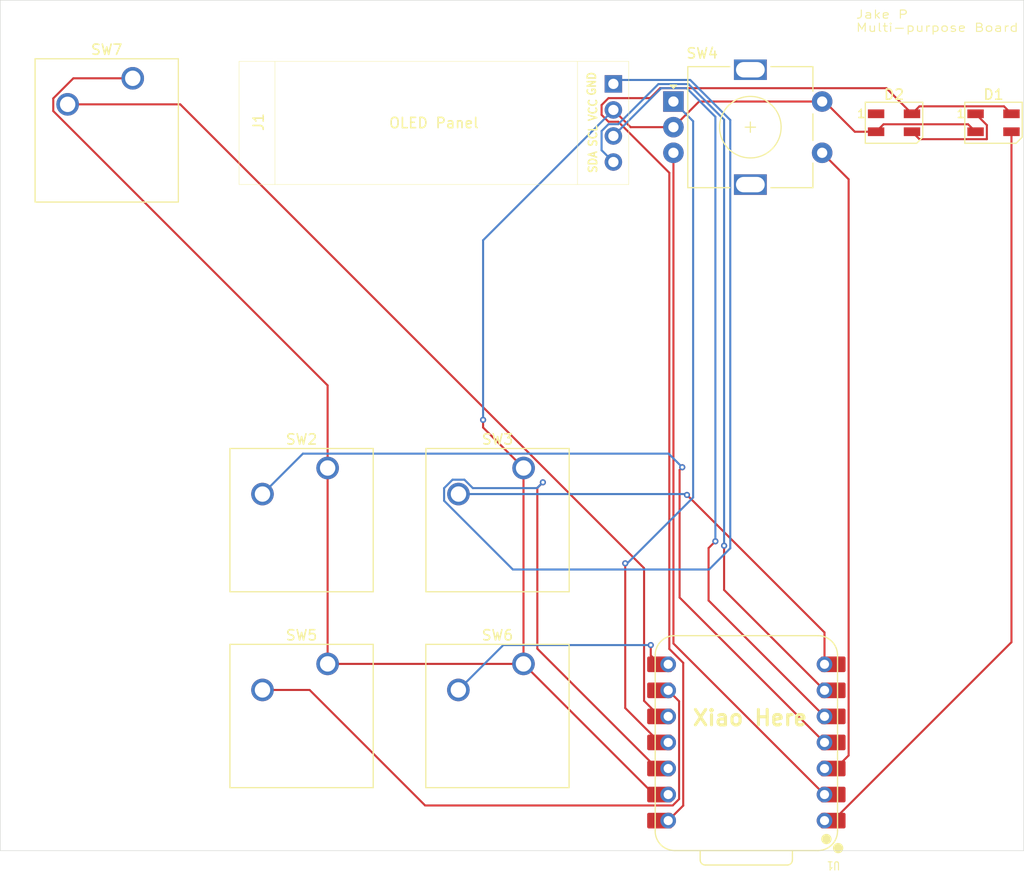
<source format=kicad_pcb>
(kicad_pcb (version 20241229) (generator "pcbnew") (generator_version "9.0")
  (layers (0 "F.Cu" signal) (2 "B.Cu" signal) (13 "F.Paste" user) (15 "B.Paste" user) (5 "F.SilkS" user "F.Silkscreen") (7 "B.SilkS" user "B.Silkscreen") (1 "F.Mask" user) (3 "B.Mask" user) (25 "Edge.Cuts" user))
  (net 0 "")
  (net 1 "GND")
  (net 2 "+5V")
  (net 3 "Net-(D1-DIN)")
  (net 4 "Net-(D1-DOUT)")
  (net 6 "+3.3V")
  (net 7 "Net-(J1-Pin_3)")
  (net 8 "Net-(J1-Pin_4)")
  (net 9 "Net-(U1-GPIO29{slash}ADC3{slash}A3)")
  (net 10 "Net-(U1-GPIO0{slash}TX)")
  (net 11 "Net-(U1-GPIO3{slash}MOSI)")
  (net 12 "Net-(U1-GPIO28{slash}ADC2{slash}A2)")
  (net 13 "Net-(U1-GPIO27{slash}ADC1{slash}A1)")
  (net 14 "Net-(U1-GPIO2{slash}SCK)")
  (net 15 "Net-(U1-GPIO1{slash}RX)")
  (net 16 "Net-(U1-GPIO4{slash}MISO)")
  (footprint "Button_Switch_Keyboard:SW_Cherry_MX_1.00u_PCB" (layer "F.Cu") (at 151.46 82.284971)
    (property "Reference" "SW3" (at -2.54 -2.794 0) (layer "F.SilkS"))
    (property "Value" "SW_Push")
    (fp_line (start -9.525 -1.905) (end 4.445 -1.905) (stroke (width 0.12)) (layer "F.SilkS"))
    (fp_line (start -9.525 12.065) (end -9.525 -1.905) (stroke (width 0.12)) (layer "F.SilkS"))
    (fp_line (start 4.445 -1.905) (end 4.445 12.065) (stroke (width 0.12)) (layer "F.SilkS"))
    (fp_line (start 4.445 12.065) (end -9.525 12.065) (stroke (width 0.12)) (layer "F.SilkS"))
    (pad "" np_thru_hole circle (at -7.62 5.08) (size 1.7 1.7) (drill 1.7) (layers "*.Cu" "*.Mask"))
    (pad "" np_thru_hole circle (at -2.54 5.08) (size 4 4) (drill 4) (layers "*.Cu" "*.Mask"))
    (pad "" np_thru_hole circle (at 2.54 5.08) (size 1.7 1.7) (drill 1.7) (layers "*.Cu" "*.Mask"))
    (pad "1" thru_hole circle (at 0 0) (size 2.2 2.2) (drill 1.5) (layers "*.Cu" "*.Mask") (net 1 "GND"))
    (pad "2" thru_hole circle (at -6.35 2.54) (size 2.2 2.2) (drill 1.5) (layers "*.Cu" "*.Mask") (net 10 "Net-(U1-GPIO0{slash}TX)"))
  )
  (footprint "LED_SMD:LED_SK6812MINI_PLCC4_3.5x3.5mm_P1.75mm" (layer "F.Cu") (at 197.28 48.619971)
    (property "Reference" "D1" (at 0 -2.75 0) (layer "F.SilkS"))
    (property "Value" "SK6812MINI" (hide yes))
    (fp_line (start -2.8 -2) (end -2.8 2) (stroke (width 0.12)) (layer "F.SilkS"))
    (fp_line (start -2.8 -2) (end 2.8 -2) (stroke (width 0.12)) (layer "F.SilkS"))
    (fp_line (start -2.8 2) (end 2.2 2) (stroke (width 0.12)) (layer "F.SilkS"))
    (fp_line (start 2.8 1.4) (end 2.2 2) (stroke (width 0.12)) (layer "F.SilkS"))
    (fp_line (start 2.8 1.4) (end 2.8 -2) (stroke (width 0.12)) (layer "F.SilkS"))
    (fp_text user "1" (at -3.2 -0.875 0) (layer "F.SilkS") (effects (font (size 0.8 0.8))))
    (pad "1" smd rect (at -1.75 -0.875) (size 1.6 0.85) (layers "F.Cu" "F.Mask" "F.Paste") (net 4 "Net-(D1-DOUT)"))
    (pad "2" smd rect (at -1.75 0.875) (size 1.6 0.85) (layers "F.Cu" "F.Mask" "F.Paste") (net 1 "GND"))
    (pad "3" smd rect (at 1.75 0.875) (size 1.6 0.85) (layers "F.Cu" "F.Mask" "F.Paste") (net 3 "Net-(D1-DIN)"))
    (pad "4" smd rect (at 1.75 -0.875) (size 1.6 0.85) (layers "F.Cu" "F.Mask" "F.Paste") (net 2 "+5V"))
  )
  (footprint "Button_Switch_Keyboard:SW_Cherry_MX_1.00u_PCB" (layer "F.Cu") (at 132.35 82.284971)
    (property "Reference" "SW2" (at -2.54 -2.794 0) (layer "F.SilkS"))
    (property "Value" "SW_Push")
    (fp_line (start -9.525 -1.905) (end 4.445 -1.905) (stroke (width 0.12)) (layer "F.SilkS"))
    (fp_line (start -9.525 12.065) (end -9.525 -1.905) (stroke (width 0.12)) (layer "F.SilkS"))
    (fp_line (start 4.445 -1.905) (end 4.445 12.065) (stroke (width 0.12)) (layer "F.SilkS"))
    (fp_line (start 4.445 12.065) (end -9.525 12.065) (stroke (width 0.12)) (layer "F.SilkS"))
    (pad "" np_thru_hole circle (at -7.62 5.08) (size 1.7 1.7) (drill 1.7) (layers "*.Cu" "*.Mask"))
    (pad "" np_thru_hole circle (at -2.54 5.08) (size 4 4) (drill 4) (layers "*.Cu" "*.Mask"))
    (pad "" np_thru_hole circle (at 2.54 5.08) (size 1.7 1.7) (drill 1.7) (layers "*.Cu" "*.Mask"))
    (pad "1" thru_hole circle (at 0 0) (size 2.2 2.2) (drill 1.5) (layers "*.Cu" "*.Mask") (net 1 "GND"))
    (pad "2" thru_hole circle (at -6.35 2.54) (size 2.2 2.2) (drill 1.5) (layers "*.Cu" "*.Mask") (net 9 "Net-(U1-GPIO29{slash}ADC3{slash}A3)"))
  )
  (footprint "KiCad-SSD1306-0.91-OLED-4pin-128x32.pretty-master:SSD1306-0.91-OLED-4pin-128x32" (layer "F.Cu") (at 123.715 42.639971)
    (property "Reference" "J1" (at 1.9 5.91 90) (layer "F.SilkS"))
    (property "Value" "Conn_01x04_Pin")
    (fp_line (start 0 0) (end 0 12) (stroke (width 0.04)) (layer "F.SilkS"))
    (fp_line (start 0 12) (end 38 12) (stroke (width 0.04)) (layer "F.SilkS"))
    (fp_line (start 3.5 0) (end 3.5 12) (stroke (width 0.04)) (layer "F.SilkS"))
    (fp_line (start 33 0) (end 33 12) (stroke (width 0.04)) (layer "F.SilkS"))
    (fp_line (start 38 0) (end 0 0) (stroke (width 0.04)) (layer "F.SilkS"))
    (fp_line (start 38 12) (end 38 0) (stroke (width 0.04)) (layer "F.SilkS"))
    (fp_text user "SDA" (at 34.5 9.81 270) (layer "F.SilkS") (effects (font (size 0.8 0.75))))
    (fp_text user "SCL" (at 34.5 7.27 270) (layer "F.SilkS") (effects (font (size 0.8 0.75))))
    (fp_text user "GND" (at 34.385 2.185 270) (layer "F.SilkS") (effects (font (size 0.8 0.75))))
    (fp_text user "OLED Panel" (at 19 6 0) (layer "F.SilkS"))
    (fp_text user "VCC" (at 34.5 4.73 270) (layer "F.SilkS") (effects (font (size 0.8 0.75))))
    (pad "1" thru_hole rect (at 36.5 2.19) (size 1.7 1.7) (drill 1) (layers "*.Cu" "*.Mask") (net 6 "+3.3V"))
    (pad "2" thru_hole oval (at 36.5 4.73) (size 1.7 1.7) (drill 1) (layers "*.Cu" "*.Mask") (net 1 "GND"))
    (pad "3" thru_hole oval (at 36.5 7.27) (size 1.7 1.7) (drill 1) (layers "*.Cu" "*.Mask") (net 7 "Net-(J1-Pin_3)"))
    (pad "4" thru_hole oval (at 36.5 9.81) (size 1.7 1.7) (drill 1) (layers "*.Cu" "*.Mask") (net 8 "Net-(J1-Pin_4)"))
  )
  (footprint "Button_Switch_Keyboard:SW_Cherry_MX_1.00u_PCB" (layer "F.Cu") (at 113.35 44.284971)
    (property "Reference" "SW7" (at -2.54 -2.794 0) (layer "F.SilkS"))
    (property "Value" "SW_Push")
    (fp_line (start -9.525 -1.905) (end 4.445 -1.905) (stroke (width 0.12)) (layer "F.SilkS"))
    (fp_line (start -9.525 12.065) (end -9.525 -1.905) (stroke (width 0.12)) (layer "F.SilkS"))
    (fp_line (start 4.445 -1.905) (end 4.445 12.065) (stroke (width 0.12)) (layer "F.SilkS"))
    (fp_line (start 4.445 12.065) (end -9.525 12.065) (stroke (width 0.12)) (layer "F.SilkS"))
    (pad "" np_thru_hole circle (at -7.62 5.08) (size 1.7 1.7) (drill 1.7) (layers "*.Cu" "*.Mask"))
    (pad "" np_thru_hole circle (at -2.54 5.08) (size 4 4) (drill 4) (layers "*.Cu" "*.Mask"))
    (pad "" np_thru_hole circle (at 2.54 5.08) (size 1.7 1.7) (drill 1.7) (layers "*.Cu" "*.Mask"))
    (pad "1" thru_hole circle (at 0 0) (size 2.2 2.2) (drill 1.5) (layers "*.Cu" "*.Mask") (net 1 "GND"))
    (pad "2" thru_hole circle (at -6.35 2.54) (size 2.2 2.2) (drill 1.5) (layers "*.Cu" "*.Mask") (net 16 "Net-(U1-GPIO4{slash}MISO)"))
  )
  (footprint "Button_Switch_Keyboard:SW_Cherry_MX_1.00u_PCB" (layer "F.Cu") (at 151.45 101.384971)
    (property "Reference" "SW6" (at -2.54 -2.794 0) (layer "F.SilkS"))
    (property "Value" "SW_Push")
    (fp_line (start -9.525 -1.905) (end 4.445 -1.905) (stroke (width 0.12)) (layer "F.SilkS"))
    (fp_line (start -9.525 12.065) (end -9.525 -1.905) (stroke (width 0.12)) (layer "F.SilkS"))
    (fp_line (start 4.445 -1.905) (end 4.445 12.065) (stroke (width 0.12)) (layer "F.SilkS"))
    (fp_line (start 4.445 12.065) (end -9.525 12.065) (stroke (width 0.12)) (layer "F.SilkS"))
    (pad "" np_thru_hole circle (at -7.62 5.08) (size 1.7 1.7) (drill 1.7) (layers "*.Cu" "*.Mask"))
    (pad "" np_thru_hole circle (at -2.54 5.08) (size 4 4) (drill 4) (layers "*.Cu" "*.Mask"))
    (pad "" np_thru_hole circle (at 2.54 5.08) (size 1.7 1.7) (drill 1.7) (layers "*.Cu" "*.Mask"))
    (pad "1" thru_hole circle (at 0 0) (size 2.2 2.2) (drill 1.5) (layers "*.Cu" "*.Mask") (net 1 "GND"))
    (pad "2" thru_hole circle (at -6.35 2.54) (size 2.2 2.2) (drill 1.5) (layers "*.Cu" "*.Mask") (net 15 "Net-(U1-GPIO1{slash}RX)"))
  )
  (footprint "LED_SMD:LED_SK6812MINI_PLCC4_3.5x3.5mm_P1.75mm" (layer "F.Cu") (at 187.58 48.619971)
    (property "Reference" "D2" (at 0 -2.75 0) (layer "F.SilkS"))
    (property "Value" "SK6812MINI")
    (fp_line (start -2.8 -2) (end -2.8 2) (stroke (width 0.12)) (layer "F.SilkS"))
    (fp_line (start -2.8 -2) (end 2.8 -2) (stroke (width 0.12)) (layer "F.SilkS"))
    (fp_line (start -2.8 2) (end 2.2 2) (stroke (width 0.12)) (layer "F.SilkS"))
    (fp_line (start 2.8 1.4) (end 2.2 2) (stroke (width 0.12)) (layer "F.SilkS"))
    (fp_line (start 2.8 1.4) (end 2.8 -2) (stroke (width 0.12)) (layer "F.SilkS"))
    (fp_text user "1" (at -3.2 -0.875 0) (layer "F.SilkS") (effects (font (size 0.8 0.8))))
    (pad "1" smd rect (at -1.75 -0.875) (size 1.6 0.85) (layers "F.Cu" "F.Mask" "F.Paste"))
    (pad "2" smd rect (at -1.75 0.875) (size 1.6 0.85) (layers "F.Cu" "F.Mask" "F.Paste") (net 1 "GND"))
    (pad "3" smd rect (at 1.75 0.875) (size 1.6 0.85) (layers "F.Cu" "F.Mask" "F.Paste") (net 4 "Net-(D1-DOUT)"))
    (pad "4" smd rect (at 1.75 -0.875) (size 1.6 0.85) (layers "F.Cu" "F.Mask" "F.Paste") (net 2 "+5V"))
  )
  (footprint "Rotary_Encoder:RotaryEncoder_Alps_EC11E-Switch_Vertical_H20mm" (layer "F.Cu") (at 166.07 46.55)
    (property "Reference" "SW4" (at 2.8 -4.7 0) (layer "F.SilkS"))
    (property "Value" "RotaryEncoder_Switch")
    (fp_line (start -0.3 -1.6) (end 0.3 -1.6) (stroke (width 0.12)) (layer "F.SilkS"))
    (fp_line (start 0 -1.3) (end -0.3 -1.6) (stroke (width 0.12)) (layer "F.SilkS"))
    (fp_line (start 0.3 -1.6) (end 0 -1.3) (stroke (width 0.12)) (layer "F.SilkS"))
    (fp_line (start 1.4 -3.4) (end 1.4 8.4) (stroke (width 0.12)) (layer "F.SilkS"))
    (fp_line (start 5.5 -3.4) (end 1.4 -3.4) (stroke (width 0.12)) (layer "F.SilkS"))
    (fp_line (start 5.5 8.4) (end 1.4 8.4) (stroke (width 0.12)) (layer "F.SilkS"))
    (fp_line (start 7 2.5) (end 8 2.5) (stroke (width 0.12)) (layer "F.SilkS"))
    (fp_line (start 7.5 2) (end 7.5 3) (stroke (width 0.12)) (layer "F.SilkS"))
    (fp_line (start 9.5 -3.4) (end 13.6 -3.4) (stroke (width 0.12)) (layer "F.SilkS"))
    (fp_line (start 13.6 -3.4) (end 13.6 -1) (stroke (width 0.12)) (layer "F.SilkS"))
    (fp_line (start 13.6 1.2) (end 13.6 3.8) (stroke (width 0.12)) (layer "F.SilkS"))
    (fp_line (start 13.6 6) (end 13.6 8.4) (stroke (width 0.12)) (layer "F.SilkS"))
    (fp_line (start 13.6 8.4) (end 9.5 8.4) (stroke (width 0.12)) (layer "F.SilkS"))
    (fp_circle (center 7.5 2.5) (end 10.5 2.5) (stroke (width 0.12)) (fill no) (layer "F.SilkS"))
    (pad "A" thru_hole rect (at 0 0) (size 2 2) (drill 1) (layers "*.Cu" "*.Mask") (net 11 "Net-(U1-GPIO3{slash}MOSI)"))
    (pad "B" thru_hole circle (at 0 5) (size 2 2) (drill 1) (layers "*.Cu" "*.Mask") (net 13 "Net-(U1-GPIO27{slash}ADC1{slash}A1)"))
    (pad "C" thru_hole circle (at 0 2.5) (size 2 2) (drill 1) (layers "*.Cu" "*.Mask") (net 1 "GND"))
    (pad "MP" thru_hole rect (at 7.5 -3.1) (size 3.2 2) (drill oval 2.8 1.5) (layers "*.Cu" "*.Mask"))
    (pad "MP" thru_hole rect (at 7.5 8.1) (size 3.2 2) (drill oval 2.8 1.5) (layers "*.Cu" "*.Mask"))
    (pad "S1" thru_hole circle (at 14.5 5) (size 2 2) (drill 1) (layers "*.Cu" "*.Mask") (net 12 "Net-(U1-GPIO28{slash}ADC2{slash}A2)"))
    (pad "S2" thru_hole circle (at 14.5 0) (size 2 2) (drill 1) (layers "*.Cu" "*.Mask") (net 1 "GND"))
  )
  (footprint "OPL:XIAO-RP2040-DIP" (layer "F.Cu") (at 173.18 109.044971 180)
    (property "Reference" "U1" (at -8.5 -12 180) (layer "F.SilkS") (effects (font (size 0.8 0.635) (thickness 0.1016))))
    (property "Value" "XIAO-RP2040-DIP")
    (fp_line (start 8.89 8.509) (end 8.89 -8.636) (stroke (width 0.127)) (layer "F.SilkS"))
    (fp_line (start 6.985 -10.541) (end -6.985 -10.541) (stroke (width 0.1)) (layer "F.SilkS"))
    (fp_line (start 6.985 -10.541) (end -6.985 -10.541) (stroke (width 0.127)) (layer "F.SilkS"))
    (fp_line (start 4.504 -11.451) (end 4.504 -10.541) (stroke (width 0.127)) (layer "F.SilkS"))
    (fp_line (start -3.991272 -11.951) (end 4.004 -11.951) (stroke (width 0.127)) (layer "F.SilkS"))
    (fp_line (start -4.495 -10.541) (end -4.491272 -11.451272) (stroke (width 0.127)) (layer "F.SilkS"))
    (fp_line (start -6.985 10.414) (end 6.985 10.414) (stroke (width 0.127)) (layer "F.SilkS"))
    (fp_line (start -8.89 8.509) (end -8.89 -8.636) (stroke (width 0.127)) (layer "F.SilkS"))
    (fp_arc (start 8.89 8.509) (mid 8.332038 9.856038) (end 6.985 10.414) (stroke (width 0.127)) (layer "F.SilkS"))
    (fp_arc (start 6.985 -10.541) (mid 8.332038 -9.983038) (end 8.89 -8.636) (stroke (width 0.127)) (layer "F.SilkS"))
    (fp_arc (start 4.004 -11.951) (mid 4.357553 -11.804553) (end 4.504 -11.451) (stroke (width 0.127)) (layer "F.SilkS"))
    (fp_arc (start -4.491272 -11.451272) (mid -4.344728 -11.80464) (end -3.991272 -11.951) (stroke (width 0.127)) (layer "F.SilkS"))
    (fp_arc (start -6.985 10.414) (mid -8.332038 9.856038) (end -8.89 8.509) (stroke (width 0.127)) (layer "F.SilkS"))
    (fp_arc (start -8.89 -8.636) (mid -8.332038 -9.983038) (end -6.985 -10.541) (stroke (width 0.127)) (layer "F.SilkS"))
    (fp_circle (center -7.807 -9.42) (end -7.807 -9.674) (stroke (width 0.5)) (fill yes) (layer "F.SilkS"))
    (fp_circle (center -8.95 -10.3) (end -8.95 -10.554) (stroke (width 0.5)) (fill yes) (layer "F.SilkS"))
    (pad "1" smd roundrect (at -8.455 -7.62) (size 2.432 1.524) (layers "F.Cu" "F.Mask") (roundrect_rratio 0.1) (net 3 "Net-(D1-DIN)"))
    (pad "1" thru_hole circle (at -7.62 -7.62) (size 1.524 1.524) (drill 0.889) (layers "*.Cu" "*.Mask") (net 3 "Net-(D1-DIN)"))
    (pad "2" smd roundrect (at -8.455 -5.08) (size 2.432 1.524) (layers "F.Cu" "F.Mask") (roundrect_rratio 0.1) (net 13 "Net-(U1-GPIO27{slash}ADC1{slash}A1)"))
    (pad "2" thru_hole circle (at -7.62 -5.08) (size 1.524 1.524) (drill 0.889) (layers "*.Cu" "*.Mask") (net 13 "Net-(U1-GPIO27{slash}ADC1{slash}A1)"))
    (pad "3" smd roundrect (at -8.455 -2.54) (size 2.432 1.524) (layers "F.Cu" "F.Mask") (roundrect_rratio 0.1) (net 12 "Net-(U1-GPIO28{slash}ADC2{slash}A2)"))
    (pad "3" thru_hole circle (at -7.62 -2.54) (size 1.524 1.524) (drill 0.889) (layers "*.Cu" "*.Mask") (net 12 "Net-(U1-GPIO28{slash}ADC2{slash}A2)"))
    (pad "4" smd roundrect (at -8.455 0) (size 2.432 1.524) (layers "F.Cu" "F.Mask") (roundrect_rratio 0.1) (net 9 "Net-(U1-GPIO29{slash}ADC3{slash}A3)"))
    (pad "4" thru_hole circle (at -7.62 0) (size 1.524 1.524) (drill 0.889) (layers "*.Cu" "*.Mask") (net 9 "Net-(U1-GPIO29{slash}ADC3{slash}A3)"))
    (pad "5" smd roundrect (at -8.455 2.54) (size 2.432 1.524) (layers "F.Cu" "F.Mask") (roundrect_rratio 0.1) (net 7 "Net-(J1-Pin_3)"))
    (pad "5" thru_hole circle (at -7.62 2.54) (size 1.524 1.524) (drill 0.889) (layers "*.Cu" "*.Mask") (net 7 "Net-(J1-Pin_3)"))
    (pad "6" smd roundrect (at -8.455 5.08) (size 2.432 1.524) (layers "F.Cu" "F.Mask") (roundrect_rratio 0.1) (net 8 "Net-(J1-Pin_4)"))
    (pad "6" thru_hole circle (at -7.62 5.08) (size 1.524 1.524) (drill 0.889) (layers "*.Cu" "*.Mask") (net 8 "Net-(J1-Pin_4)"))
    (pad "7" smd roundrect (at -8.455 7.62) (size 2.432 1.524) (layers "F.Cu" "F.Mask") (roundrect_rratio 0.1) (net 10 "Net-(U1-GPIO0{slash}TX)"))
    (pad "7" thru_hole circle (at -7.62 7.62) (size 1.524 1.524) (drill 0.889) (layers "*.Cu" "*.Mask") (net 10 "Net-(U1-GPIO0{slash}TX)"))
    (pad "8" thru_hole circle (at 7.62 7.62 180) (size 1.524 1.524) (drill 0.889) (layers "*.Cu" "*.Mask") (net 15 "Net-(U1-GPIO1{slash}RX)"))
    (pad "8" smd roundrect (at 8.455 7.62 180) (size 2.432 1.524) (layers "F.Cu" "F.Mask") (roundrect_rratio 0.1) (net 15 "Net-(U1-GPIO1{slash}RX)"))
    (pad "9" thru_hole circle (at 7.62 5.08 180) (size 1.524 1.524) (drill 0.889) (layers "*.Cu" "*.Mask") (net 14 "Net-(U1-GPIO2{slash}SCK)"))
    (pad "9" smd roundrect (at 8.455 5.08 180) (size 2.432 1.524) (layers "F.Cu" "F.Mask") (roundrect_rratio 0.1) (net 14 "Net-(U1-GPIO2{slash}SCK)"))
    (pad "10" thru_hole circle (at 7.62 2.54 180) (size 1.524 1.524) (drill 0.889) (layers "*.Cu" "*.Mask") (net 16 "Net-(U1-GPIO4{slash}MISO)"))
    (pad "10" smd roundrect (at 8.455 2.54 180) (size 2.432 1.524) (layers "F.Cu" "F.Mask") (roundrect_rratio 0.1) (net 16 "Net-(U1-GPIO4{slash}MISO)"))
    (pad "11" thru_hole circle (at 7.62 0 180) (size 1.524 1.524) (drill 0.889) (layers "*.Cu" "*.Mask") (net 11 "Net-(U1-GPIO3{slash}MOSI)"))
    (pad "11" smd roundrect (at 8.455 0 180) (size 2.432 1.524) (layers "F.Cu" "F.Mask") (roundrect_rratio 0.1) (net 11 "Net-(U1-GPIO3{slash}MOSI)"))
    (pad "12" thru_hole circle (at 7.62 -2.54 180) (size 1.524 1.524) (drill 0.889) (layers "*.Cu" "*.Mask") (net 6 "+3.3V"))
    (pad "12" smd roundrect (at 8.455 -2.54 180) (size 2.432 1.524) (layers "F.Cu" "F.Mask") (roundrect_rratio 0.1) (net 6 "+3.3V"))
    (pad "13" thru_hole circle (at 7.62 -5.08 180) (size 1.524 1.524) (drill 0.889) (layers "*.Cu" "*.Mask") (net 1 "GND"))
    (pad "13" smd roundrect (at 8.455 -5.08 180) (size 2.432 1.524) (layers "F.Cu" "F.Mask") (roundrect_rratio 0.1) (net 1 "GND"))
    (pad "14" thru_hole circle (at 7.62 -7.62 180) (size 1.524 1.524) (drill 0.889) (layers "*.Cu" "*.Mask") (net 2 "+5V"))
    (pad "14" smd roundrect (at 8.455 -7.62 180) (size 2.432 1.524) (layers "F.Cu" "F.Mask") (roundrect_rratio 0.1) (net 2 "+5V"))
  )
  (footprint "Button_Switch_Keyboard:SW_Cherry_MX_1.00u_PCB" (layer "F.Cu") (at 132.35 101.384971)
    (property "Reference" "SW5" (at -2.54 -2.794 0) (layer "F.SilkS"))
    (property "Value" "SW_Push")
    (fp_line (start -9.525 -1.905) (end 4.445 -1.905) (stroke (width 0.12)) (layer "F.SilkS"))
    (fp_line (start -9.525 12.065) (end -9.525 -1.905) (stroke (width 0.12)) (layer "F.SilkS"))
    (fp_line (start 4.445 -1.905) (end 4.445 12.065) (stroke (width 0.12)) (layer "F.SilkS"))
    (fp_line (start 4.445 12.065) (end -9.525 12.065) (stroke (width 0.12)) (layer "F.SilkS"))
    (pad "" np_thru_hole circle (at -7.62 5.08) (size 1.7 1.7) (drill 1.7) (layers "*.Cu" "*.Mask"))
    (pad "" np_thru_hole circle (at -2.54 5.08) (size 4 4) (drill 4) (layers "*.Cu" "*.Mask"))
    (pad "" np_thru_hole circle (at 2.54 5.08) (size 1.7 1.7) (drill 1.7) (layers "*.Cu" "*.Mask"))
    (pad "1" thru_hole circle (at 0 0) (size 2.2 2.2) (drill 1.5) (layers "*.Cu" "*.Mask") (net 1 "GND"))
    (pad "2" thru_hole circle (at -6.35 2.54) (size 2.2 2.2) (drill 1.5) (layers "*.Cu" "*.Mask") (net 14 "Net-(U1-GPIO2{slash}SCK)"))
  )
  (gr_rect (start 100.43 36.674971) (end 200.23 119.594971) (stroke (width 0.05)) (fill no) (layer "Edge.Cuts"))
  (gr_text "Jake P\nMulti-purpose Board" (at 183.8 39.814971 0) (layer "F.SilkS") (effects (font (size 0.8 1) (thickness 0.1)) (justify left bottom)))
  (gr_text "Xiao Here" (at 167.8 107.524971 0) (layer "F.SilkS") (effects (font (size 1.5 1.5) (thickness 0.3) (bold yes)) (justify left bottom)))
  (segment (start 185.83 49.494971) (end 186.556 48.768971) (width 0.2) (layer "F.Cu") (net 1))
  (segment (start 166.07 49.05) (end 168.57 46.55) (width 0.2) (layer "F.Cu") (net 1))
  (segment (start 161.895029 49.05) (end 166.07 49.05) (width 0.2) (layer "F.Cu") (net 1))
  (segment (start 194.804 48.768971) (end 195.53 49.494971) (width 0.2) (layer "F.Cu") (net 1))
  (segment (start 107.558686 44.284971) (end 105.599 46.244657) (width 0.2) (layer "F.Cu") (net 1))
  (segment (start 164.19 114.124971) (end 164.725 114.124971) (width 0.2) (layer "F.Cu") (net 1))
  (segment (start 180.57 46.55) (end 180.57 46.31) (width 0.2) (layer "F.Cu") (net 1))
  (segment (start 105.599 47.478787) (end 132.35 74.229787) (width 0.2) (layer "F.Cu") (net 1))
  (segment (start 160.215 47.369971) (end 161.895029 49.05) (width 0.2) (layer "F.Cu") (net 1))
  (segment (start 186.556 48.768971) (end 194.804 48.768971) (width 0.2) (layer "F.Cu") (net 1))
  (segment (start 183.754971 49.494971) (end 185.83 49.494971) (width 0.2) (layer "F.Cu") (net 1))
  (segment (start 132.35 74.229787) (end 132.35 82.284971) (width 0.2) (layer "F.Cu") (net 1))
  (segment (start 151.45 82.294971) (end 151.46 82.284971) (width 0.2) (layer "F.Cu") (net 1))
  (segment (start 168.57 46.55) (end 180.57 46.55) (width 0.2) (layer "F.Cu") (net 1))
  (segment (start 105.599 46.244657) (end 105.599 47.478787) (width 0.2) (layer "F.Cu") (net 1))
  (segment (start 151.45 101.384971) (end 164.19 114.124971) (width 0.2) (layer "F.Cu") (net 1))
  (segment (start 151.45 101.384971) (end 151.45 82.294971) (width 0.2) (layer "F.Cu") (net 1))
  (segment (start 151.46 82.284971) (end 147.51 78.334971) (width 0.2) (layer "F.Cu") (net 1))
  (segment (start 132.35 101.384971) (end 151.45 101.384971) (width 0.2) (layer "F.Cu") (net 1))
  (segment (start 132.35 82.284971) (end 132.35 101.384971) (width 0.2) (layer "F.Cu") (net 1))
  (segment (start 113.35 44.284971) (end 107.558686 44.284971) (width 0.2) (layer "F.Cu") (net 1))
  (segment (start 147.51 78.334971) (end 147.51 77.59) (width 0.2) (layer "F.Cu") (net 1))
  (segment (start 180.57 46.31) (end 183.754971 49.494971) (width 0.2) (layer "F.Cu") (net 1))
  (via (at 147.51 77.59) (size 0.6) (drill 0.3) (layers "F.Cu" "B.Cu") (net 1))
  (segment (start 147.51 77.59) (end 147.51 60.074971) (width 0.2) (layer "B.Cu") (net 1))
  (segment (start 147.51 60.074971) (end 160.215 47.369971) (width 0.2) (layer "B.Cu") (net 1))
  (segment (start 164.769 45.249) (end 163.799029 46.218971) (width 0.2) (layer "F.Cu") (net 2))
  (segment (start 167.024 115.200971) (end 165.56 116.664971) (width 0.2) (layer "F.Cu") (net 2))
  (segment (start 159.73824 48.520971) (end 160.69176 48.520971) (width 0.2) (layer "F.Cu") (net 2))
  (segment (start 189.33 47.744971) (end 190.056 47.018971) (width 0.2) (layer "F.Cu") (net 2))
  (segment (start 189.33 47.744971) (end 186.834029 45.249) (width 0.2) (layer "F.Cu") (net 2))
  (segment (start 190.056 47.018971) (end 198.304 47.018971) (width 0.2) (layer "F.Cu") (net 2))
  (segment (start 165.669 53.498211) (end 165.669 99.929) (width 0.2) (layer "F.Cu") (net 2))
  (segment (start 165.56 116.664971) (end 164.725 116.664971) (width 0.2) (layer "F.Cu") (net 2))
  (segment (start 160.69176 48.520971) (end 165.669 53.498211) (width 0.2) (layer "F.Cu") (net 2))
  (segment (start 198.304 47.018971) (end 199.03 47.744971) (width 0.2) (layer "F.Cu") (net 2))
  (segment (start 159.73824 46.218971) (end 159.064 46.893211) (width 0.2) (layer "F.Cu") (net 2))
  (segment (start 159.064 47.846731) (end 159.73824 48.520971) (width 0.2) (layer "F.Cu") (net 2))
  (segment (start 186.834029 45.249) (end 164.769 45.249) (width 0.2) (layer "F.Cu") (net 2))
  (segment (start 163.799029 46.218971) (end 159.73824 46.218971) (width 0.2) (layer "F.Cu") (net 2))
  (segment (start 159.064 46.893211) (end 159.064 47.846731) (width 0.2) (layer "F.Cu") (net 2))
  (segment (start 167.024 101.284) (end 167.024 115.200971) (width 0.2) (layer "F.Cu") (net 2))
  (segment (start 165.669 99.929) (end 167.024 101.284) (width 0.2) (layer "F.Cu") (net 2))
  (segment (start 199.03 49.494971) (end 199.03 99.269971) (width 0.2) (layer "F.Cu") (net 3))
  (segment (start 199.03 99.269971) (end 181.635 116.664971) (width 0.2) (layer "F.Cu") (net 3))
  (segment (start 190.056 50.220971) (end 189.33 49.494971) (width 0.2) (layer "F.Cu") (net 4))
  (segment (start 195.53 47.744971) (end 196.631 48.845971) (width 0.2) (layer "F.Cu") (net 4))
  (segment (start 196.631 48.845971) (end 196.631 50.220971) (width 0.2) (layer "F.Cu") (net 4))
  (segment (start 196.631 50.220971) (end 190.056 50.220971) (width 0.2) (layer "F.Cu") (net 4))
  (segment (start 152.799 99.901601) (end 152.799 84.221) (width 0.2) (layer "F.Cu") (net 6))
  (segment (start 164.48237 111.584971) (end 152.799 99.901601) (width 0.2) (layer "F.Cu") (net 6))
  (segment (start 152.799 84.221) (end 153.34 83.68) (width 0.2) (layer "F.Cu") (net 6))
  (segment (start 165.56 111.584971) (end 164.48237 111.584971) (width 0.2) (layer "F.Cu") (net 6))
  (via (at 153.34 83.68) (size 0.6) (drill 0.3) (layers "F.Cu" "B.Cu") (net 6))
  (segment (start 167.7032 44.447) (end 160.597971 44.447) (width 0.2) (layer "B.Cu") (net 6))
  (segment (start 171.611 90.108943) (end 171.611 48.3548) (width 0.2) (layer "B.Cu") (net 6))
  (segment (start 144.529686 83.423971) (end 143.709 84.244657) (width 0.2) (layer "B.Cu") (net 6))
  (segment (start 143.709 85.478787) (end 150.411213 92.181) (width 0.2) (layer "B.Cu") (net 6))
  (segment (start 160.597971 44.447) (end 160.215 44.829971) (width 0.2) (layer "B.Cu") (net 6))
  (segment (start 145.690314 83.423971) (end 144.529686 83.423971) (width 0.2) (layer "B.Cu") (net 6))
  (segment (start 152.775343 84.244657) (end 146.511 84.244657) (width 0.2) (layer "B.Cu") (net 6))
  (segment (start 169.538943 92.181) (end 171.611 90.108943) (width 0.2) (layer "B.Cu") (net 6))
  (segment (start 150.411213 92.181) (end 169.538943 92.181) (width 0.2) (layer "B.Cu") (net 6))
  (segment (start 143.709 84.244657) (end 143.709 85.478787) (width 0.2) (layer "B.Cu") (net 6))
  (segment (start 146.511 84.244657) (end 145.690314 83.423971) (width 0.2) (layer "B.Cu") (net 6))
  (segment (start 153.34 83.68) (end 152.775343 84.244657) (width 0.2) (layer "B.Cu") (net 6))
  (segment (start 171.611 48.3548) (end 167.7032 44.447) (width 0.2) (layer "B.Cu") (net 6))
  (segment (start 169.495735 90.094265) (end 170.16 89.43) (width 0.2) (layer "F.Cu") (net 7))
  (segment (start 180.8 106.504971) (end 169.495735 95.200706) (width 0.2) (layer "F.Cu") (net 7))
  (segment (start 169.495735 95.200706) (end 169.495735 90.094265) (width 0.2) (layer "F.Cu") (net 7))
  (via (at 170.16 89.43) (size 0.6) (drill 0.3) (layers "F.Cu" "B.Cu") (net 7))
  (segment (start 170.16 89.43) (end 170.16 48.038) (width 0.2) (layer "B.Cu") (net 7))
  (segment (start 170.16 48.038) (end 167.371 45.249) (width 0.2) (layer "B.Cu") (net 7))
  (segment (start 167.371 45.249) (end 164.875971 45.249) (width 0.2) (layer "B.Cu") (net 7))
  (segment (start 164.875971 45.249) (end 160.215 49.909971) (width 0.2) (layer "B.Cu") (net 7))
  (segment (start 171.01 94.174971) (end 171.01 89.86) (width 0.2) (layer "F.Cu") (net 8))
  (segment (start 180.8 103.964971) (end 171.01 94.174971) (width 0.2) (layer "F.Cu") (net 8))
  (via (at 171.01 89.86) (size 0.6) (drill 0.3) (layers "F.Cu" "B.Cu") (net 8))
  (segment (start 171.01 48.3209) (end 167.5371 44.848) (width 0.2) (layer "B.Cu") (net 8))
  (segment (start 159.064 49.433211) (end 159.064 51.298971) (width 0.2) (layer "B.Cu") (net 8))
  (segment (start 167.5371 44.848) (end 164.602731 44.848) (width 0.2) (layer "B.Cu") (net 8))
  (segment (start 159.73824 48.758971) (end 159.064 49.433211) (width 0.2) (layer "B.Cu") (net 8))
  (segment (start 160.69176 48.758971) (end 159.73824 48.758971) (width 0.2) (layer "B.Cu") (net 8))
  (segment (start 159.064 51.298971) (end 160.215 52.449971) (width 0.2) (layer "B.Cu") (net 8))
  (segment (start 171.01 89.86) (end 171.01 48.3209) (width 0.2) (layer "B.Cu") (net 8))
  (segment (start 164.602731 44.848) (end 160.69176 48.758971) (width 0.2) (layer "B.Cu") (net 8))
  (segment (start 180.8 109.044971) (end 166.67 94.914971) (width 0.2) (layer "F.Cu") (net 9))
  (segment (start 166.67 82.47) (end 166.93 82.21) (width 0.2) (layer "F.Cu") (net 9))
  (segment (start 166.67 94.914971) (end 166.67 82.47) (width 0.2) (layer "F.Cu") (net 9))
  (via (at 166.93 82.21) (size 0.6) (drill 0.3) (layers "F.Cu" "B.Cu") (net 9))
  (segment (start 166.93 82.21) (end 165.603971 80.883971) (width 0.2) (layer "B.Cu") (net 9))
  (segment (start 129.941 80.883971) (end 126 84.824971) (width 0.2) (layer "B.Cu") (net 9))
  (segment (start 165.603971 80.883971) (end 129.941 80.883971) (width 0.2) (layer "B.Cu") (net 9))
  (segment (start 180.8 98.32) (end 167.39 84.91) (width 0.2) (layer "F.Cu") (net 10))
  (segment (start 180.8 101.424971) (end 180.8 98.32) (width 0.2) (layer "F.Cu") (net 10))
  (via (at 167.39 84.91) (size 0.6) (drill 0.3) (layers "F.Cu" "B.Cu") (net 10))
  (segment (start 167.39 84.91) (end 167.304971 84.824971) (width 0.2) (layer "B.Cu") (net 10))
  (segment (start 167.304971 84.824971) (end 145.11 84.824971) (width 0.2) (layer "B.Cu") (net 10))
  (segment (start 164.725 109.044971) (end 161.37 105.689971) (width 0.2) (layer "F.Cu") (net 11))
  (segment (start 161.37 105.689971) (end 161.37 91.58) (width 0.2) (layer "F.Cu") (net 11))
  (via (at 161.37 91.58) (size 0.6) (drill 0.3) (layers "F.Cu" "B.Cu") (net 11))
  (segment (start 161.37 91.58) (end 161.569943 91.58) (width 0.2) (layer "B.Cu") (net 11))
  (segment (start 161.569943 91.58) (end 167.991 85.158943) (width 0.2) (layer "B.Cu") (net 11))
  (segment (start 167.991 85.158943) (end 167.991 48.471) (width 0.2) (layer "B.Cu") (net 11))
  (segment (start 167.991 48.471) (end 166.07 46.55) (width 0.2) (layer "B.Cu") (net 11))
  (segment (start 183.152 54.132) (end 180.57 51.55) (width 0.2) (layer "F.Cu") (net 12))
  (segment (start 181.87763 111.584971) (end 183.152 110.310601) (width 0.2) (layer "F.Cu") (net 12))
  (segment (start 183.152 110.310601) (end 183.152 54.132) (width 0.2) (layer "F.Cu") (net 12))
  (segment (start 180.8 111.584971) (end 181.87763 111.584971) (width 0.2) (layer "F.Cu") (net 12))
  (segment (start 180.8 114.124971) (end 166.07 99.394971) (width 0.2) (layer "F.Cu") (net 13))
  (segment (start 166.07 99.394971) (end 166.07 51.55) (width 0.2) (layer "F.Cu") (net 13))
  (segment (start 141.857816 115.187971) (end 130.594816 103.924971) (width 0.2) (layer "F.Cu") (net 14))
  (segment (start 166.00031 115.187971) (end 141.857816 115.187971) (width 0.2) (layer "F.Cu") (net 14))
  (segment (start 166.623 105.027971) (end 166.623 114.565281) (width 0.2) (layer "F.Cu") (net 14))
  (segment (start 165.56 103.964971) (end 166.623 105.027971) (width 0.2) (layer "F.Cu") (net 14))
  (segment (start 130.594816 103.924971) (end 126 103.924971) (width 0.2) (layer "F.Cu") (net 14))
  (segment (start 166.623 114.565281) (end 166.00031 115.187971) (width 0.2) (layer "F.Cu") (net 14))
  (segment (start 163.86 100.559971) (end 163.86 99.55) (width 0.2) (layer "F.Cu") (net 15))
  (segment (start 164.725 101.424971) (end 163.86 100.559971) (width 0.2) (layer "F.Cu") (net 15))
  (via (at 163.86 99.55) (size 0.6) (drill 0.3) (layers "F.Cu" "B.Cu") (net 15))
  (segment (start 149.474971 99.55) (end 145.1 103.924971) (width 0.2) (layer "B.Cu") (net 15))
  (segment (start 163.86 99.55) (end 149.474971 99.55) (width 0.2) (layer "B.Cu") (net 15))
  (segment (start 163.208 104.987971) (end 163.208 92.051657) (width 0.2) (layer "F.Cu") (net 16))
  (segment (start 163.208 92.051657) (end 117.981314 46.824971) (width 0.2) (layer "F.Cu") (net 16))
  (segment (start 164.725 106.504971) (end 163.208 104.987971) (width 0.2) (layer "F.Cu") (net 16))
  (segment (start 117.981314 46.824971) (end 107 46.824971) (width 0.2) (layer "F.Cu") (net 16))
)
</source>
